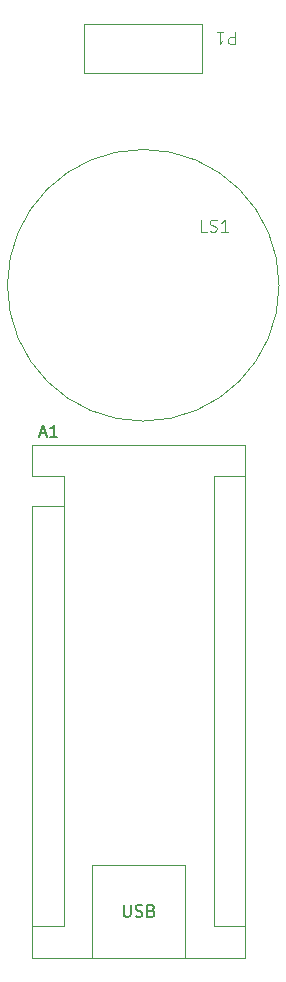
<source format=gbr>
%TF.GenerationSoftware,KiCad,Pcbnew,8.0.0*%
%TF.CreationDate,2024-07-08T18:04:10+10:00*%
%TF.ProjectId,Ardi,41726469-2e6b-4696-9361-645f70636258,A*%
%TF.SameCoordinates,Original*%
%TF.FileFunction,Legend,Top*%
%TF.FilePolarity,Positive*%
%FSLAX46Y46*%
G04 Gerber Fmt 4.6, Leading zero omitted, Abs format (unit mm)*
G04 Created by KiCad (PCBNEW 8.0.0) date 2024-07-08 18:04:10*
%MOMM*%
%LPD*%
G01*
G04 APERTURE LIST*
%ADD10C,0.150000*%
%ADD11C,0.100000*%
%ADD12C,0.120000*%
G04 APERTURE END LIST*
D10*
X126285714Y-100539104D02*
X126761904Y-100539104D01*
X126190476Y-100824819D02*
X126523809Y-99824819D01*
X126523809Y-99824819D02*
X126857142Y-100824819D01*
X127714285Y-100824819D02*
X127142857Y-100824819D01*
X127428571Y-100824819D02*
X127428571Y-99824819D01*
X127428571Y-99824819D02*
X127333333Y-99967676D01*
X127333333Y-99967676D02*
X127238095Y-100062914D01*
X127238095Y-100062914D02*
X127142857Y-100110533D01*
X133358095Y-140464819D02*
X133358095Y-141274342D01*
X133358095Y-141274342D02*
X133405714Y-141369580D01*
X133405714Y-141369580D02*
X133453333Y-141417200D01*
X133453333Y-141417200D02*
X133548571Y-141464819D01*
X133548571Y-141464819D02*
X133739047Y-141464819D01*
X133739047Y-141464819D02*
X133834285Y-141417200D01*
X133834285Y-141417200D02*
X133881904Y-141369580D01*
X133881904Y-141369580D02*
X133929523Y-141274342D01*
X133929523Y-141274342D02*
X133929523Y-140464819D01*
X134358095Y-141417200D02*
X134500952Y-141464819D01*
X134500952Y-141464819D02*
X134739047Y-141464819D01*
X134739047Y-141464819D02*
X134834285Y-141417200D01*
X134834285Y-141417200D02*
X134881904Y-141369580D01*
X134881904Y-141369580D02*
X134929523Y-141274342D01*
X134929523Y-141274342D02*
X134929523Y-141179104D01*
X134929523Y-141179104D02*
X134881904Y-141083866D01*
X134881904Y-141083866D02*
X134834285Y-141036247D01*
X134834285Y-141036247D02*
X134739047Y-140988628D01*
X134739047Y-140988628D02*
X134548571Y-140941009D01*
X134548571Y-140941009D02*
X134453333Y-140893390D01*
X134453333Y-140893390D02*
X134405714Y-140845771D01*
X134405714Y-140845771D02*
X134358095Y-140750533D01*
X134358095Y-140750533D02*
X134358095Y-140655295D01*
X134358095Y-140655295D02*
X134405714Y-140560057D01*
X134405714Y-140560057D02*
X134453333Y-140512438D01*
X134453333Y-140512438D02*
X134548571Y-140464819D01*
X134548571Y-140464819D02*
X134786666Y-140464819D01*
X134786666Y-140464819D02*
X134929523Y-140512438D01*
X135691428Y-140941009D02*
X135834285Y-140988628D01*
X135834285Y-140988628D02*
X135881904Y-141036247D01*
X135881904Y-141036247D02*
X135929523Y-141131485D01*
X135929523Y-141131485D02*
X135929523Y-141274342D01*
X135929523Y-141274342D02*
X135881904Y-141369580D01*
X135881904Y-141369580D02*
X135834285Y-141417200D01*
X135834285Y-141417200D02*
X135739047Y-141464819D01*
X135739047Y-141464819D02*
X135358095Y-141464819D01*
X135358095Y-141464819D02*
X135358095Y-140464819D01*
X135358095Y-140464819D02*
X135691428Y-140464819D01*
X135691428Y-140464819D02*
X135786666Y-140512438D01*
X135786666Y-140512438D02*
X135834285Y-140560057D01*
X135834285Y-140560057D02*
X135881904Y-140655295D01*
X135881904Y-140655295D02*
X135881904Y-140750533D01*
X135881904Y-140750533D02*
X135834285Y-140845771D01*
X135834285Y-140845771D02*
X135786666Y-140893390D01*
X135786666Y-140893390D02*
X135691428Y-140941009D01*
X135691428Y-140941009D02*
X135358095Y-140941009D01*
D11*
X140357142Y-83457419D02*
X139880952Y-83457419D01*
X139880952Y-83457419D02*
X139880952Y-82457419D01*
X140642857Y-83409800D02*
X140785714Y-83457419D01*
X140785714Y-83457419D02*
X141023809Y-83457419D01*
X141023809Y-83457419D02*
X141119047Y-83409800D01*
X141119047Y-83409800D02*
X141166666Y-83362180D01*
X141166666Y-83362180D02*
X141214285Y-83266942D01*
X141214285Y-83266942D02*
X141214285Y-83171704D01*
X141214285Y-83171704D02*
X141166666Y-83076466D01*
X141166666Y-83076466D02*
X141119047Y-83028847D01*
X141119047Y-83028847D02*
X141023809Y-82981228D01*
X141023809Y-82981228D02*
X140833333Y-82933609D01*
X140833333Y-82933609D02*
X140738095Y-82885990D01*
X140738095Y-82885990D02*
X140690476Y-82838371D01*
X140690476Y-82838371D02*
X140642857Y-82743133D01*
X140642857Y-82743133D02*
X140642857Y-82647895D01*
X140642857Y-82647895D02*
X140690476Y-82552657D01*
X140690476Y-82552657D02*
X140738095Y-82505038D01*
X140738095Y-82505038D02*
X140833333Y-82457419D01*
X140833333Y-82457419D02*
X141071428Y-82457419D01*
X141071428Y-82457419D02*
X141214285Y-82505038D01*
X142166666Y-83457419D02*
X141595238Y-83457419D01*
X141880952Y-83457419D02*
X141880952Y-82457419D01*
X141880952Y-82457419D02*
X141785714Y-82600276D01*
X141785714Y-82600276D02*
X141690476Y-82695514D01*
X141690476Y-82695514D02*
X141595238Y-82743133D01*
X142738094Y-66542580D02*
X142738094Y-67542580D01*
X142738094Y-67542580D02*
X142357142Y-67542580D01*
X142357142Y-67542580D02*
X142261904Y-67494961D01*
X142261904Y-67494961D02*
X142214285Y-67447342D01*
X142214285Y-67447342D02*
X142166666Y-67352104D01*
X142166666Y-67352104D02*
X142166666Y-67209247D01*
X142166666Y-67209247D02*
X142214285Y-67114009D01*
X142214285Y-67114009D02*
X142261904Y-67066390D01*
X142261904Y-67066390D02*
X142357142Y-67018771D01*
X142357142Y-67018771D02*
X142738094Y-67018771D01*
X141214285Y-66542580D02*
X141785713Y-66542580D01*
X141499999Y-66542580D02*
X141499999Y-67542580D01*
X141499999Y-67542580D02*
X141595237Y-67399723D01*
X141595237Y-67399723D02*
X141690475Y-67304485D01*
X141690475Y-67304485D02*
X141785713Y-67256866D01*
D12*
%TO.C,A1*%
X125600000Y-101510000D02*
X125600000Y-104180000D01*
X125600000Y-106720000D02*
X125600000Y-144950000D01*
X125600000Y-144950000D02*
X130680000Y-144950000D01*
X128270000Y-104180000D02*
X125600000Y-104180000D01*
X128270000Y-106720000D02*
X125600000Y-106720000D01*
X128270000Y-106720000D02*
X128270000Y-104180000D01*
X128270000Y-106720000D02*
X128270000Y-142280000D01*
X128270000Y-142280000D02*
X125600000Y-142280000D01*
X130680000Y-137070000D02*
X138560000Y-137070000D01*
X130680000Y-144950000D02*
X130680000Y-137070000D01*
X138560000Y-137070000D02*
X138560000Y-144950000D01*
X138560000Y-144950000D02*
X130680000Y-144950000D01*
X140970000Y-104180000D02*
X140970000Y-142280000D01*
X140970000Y-104180000D02*
X143640000Y-104180000D01*
X140970000Y-142280000D02*
X143640000Y-142280000D01*
X143640000Y-101510000D02*
X125600000Y-101510000D01*
X143640000Y-144950000D02*
X138560000Y-144950000D01*
X143640000Y-144950000D02*
X143640000Y-101510000D01*
D11*
%TO.C,LS1*%
X146500000Y-88000000D02*
G75*
G02*
X123500000Y-88000000I-11500000J0D01*
G01*
X123500000Y-88000000D02*
G75*
G02*
X146500000Y-88000000I11500000J0D01*
G01*
%TO.C,P1*%
X140000000Y-65874000D02*
X130000000Y-65874000D01*
X130000000Y-70000000D01*
X140000000Y-70000000D01*
X140000000Y-65874000D01*
%TD*%
M02*

</source>
